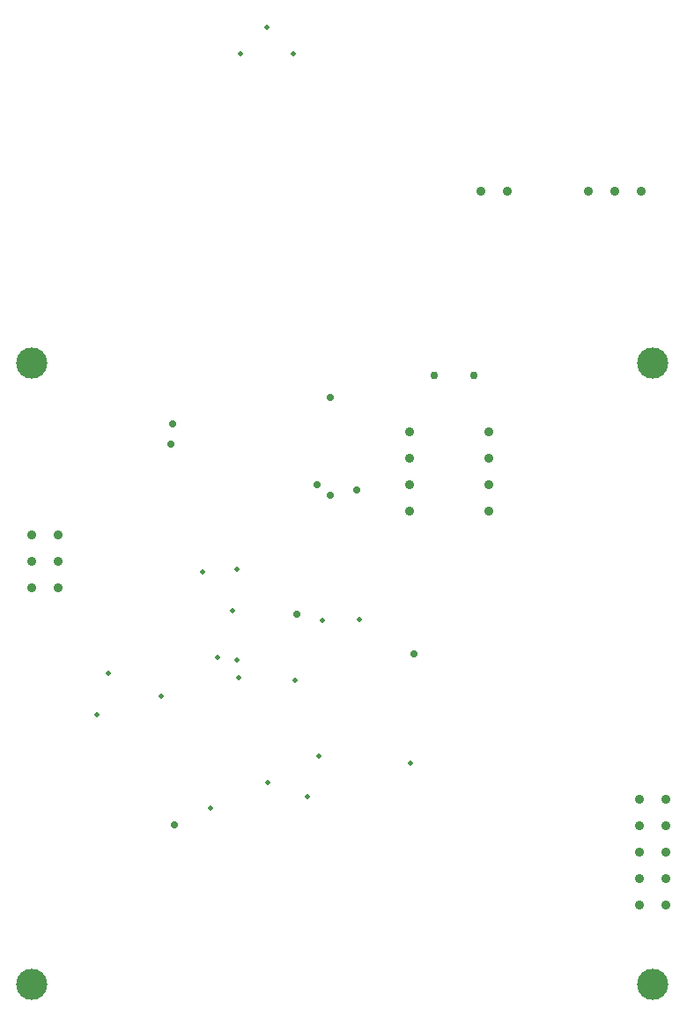
<source format=gbr>
G04 Layer_Color=0*
%FSLAX26Y26*%
%MOIN*%
%TF.FileFunction,Plated,1,4,PTH,Drill*%
%TF.Part,Single*%
G01*
G75*
%TA.AperFunction,ComponentDrill*%
%ADD88C,0.035827*%
%ADD89C,0.020000*%
%ADD90C,0.035433*%
%ADD91C,0.030000*%
%ADD92C,0.035827*%
%TA.AperFunction,OtherDrill,Free Pad (2350mil,2350mil)*%
%ADD93C,0.118110*%
%TA.AperFunction,OtherDrill,Free Pad (0mil,2350mil)*%
%ADD94C,0.118110*%
%TA.AperFunction,OtherDrill,Free Pad (2350mil,0mil)*%
%ADD95C,0.118110*%
%TA.AperFunction,OtherDrill,Free Pad (0mil,0mil)*%
%ADD96C,0.118110*%
%TA.AperFunction,ViaDrill,NotFilled*%
%ADD97C,0.019685*%
%ADD98C,0.028000*%
D88*
X2306299Y3000000D02*
D03*
X2206299D02*
D03*
X2106299D02*
D03*
X1700000D02*
D03*
X1800000D02*
D03*
D89*
X890000Y3620000D02*
D03*
X990000Y3520000D02*
D03*
X790000D02*
D03*
D90*
X1729024Y1789457D02*
D03*
Y1889457D02*
D03*
Y1989457D02*
D03*
Y2089457D02*
D03*
X1429024Y1789457D02*
D03*
Y1889457D02*
D03*
Y1989457D02*
D03*
Y2089457D02*
D03*
D91*
X1523622Y2303150D02*
D03*
X1673228D02*
D03*
D92*
X2400000Y300000D02*
D03*
Y400000D02*
D03*
Y500000D02*
D03*
Y600000D02*
D03*
Y700000D02*
D03*
X2300000Y300000D02*
D03*
Y400000D02*
D03*
Y500000D02*
D03*
Y600000D02*
D03*
Y700000D02*
D03*
X0Y1700000D02*
D03*
Y1600000D02*
D03*
Y1500000D02*
D03*
X100000Y1700000D02*
D03*
Y1600000D02*
D03*
Y1500000D02*
D03*
D93*
X2350000Y2350000D02*
D03*
D94*
X0D02*
D03*
D95*
X2350000Y0D02*
D03*
D96*
X0D02*
D03*
D97*
X776000Y1227000D02*
D03*
X1239756Y1377756D02*
D03*
X1099354Y1377000D02*
D03*
X994024Y1149457D02*
D03*
X774024Y1569457D02*
D03*
X489024Y1089457D02*
D03*
X644024Y1559457D02*
D03*
X758024Y1412457D02*
D03*
X288024Y1174457D02*
D03*
X783024Y1159457D02*
D03*
X702024Y1234457D02*
D03*
X246024Y1017457D02*
D03*
X893197Y761307D02*
D03*
X1433551Y836110D02*
D03*
X1042803Y708158D02*
D03*
X1085126Y863669D02*
D03*
X675677Y665106D02*
D03*
D98*
X1003000Y1399000D02*
D03*
X526000Y2041000D02*
D03*
X533000Y2118000D02*
D03*
X1444024Y1249457D02*
D03*
X538843Y603693D02*
D03*
X1230000Y1870000D02*
D03*
X1130000Y2220000D02*
D03*
Y1850000D02*
D03*
X1080000Y1890000D02*
D03*
%TF.MD5,d49c0a0711b3af4d3f2aca0372f27a7a*%
M02*

</source>
